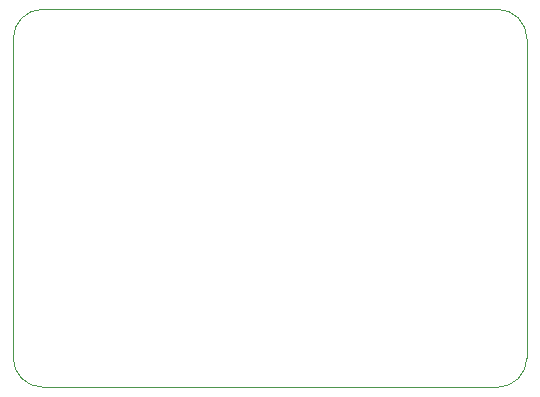
<source format=gbr>
%TF.GenerationSoftware,KiCad,Pcbnew,9.0.3*%
%TF.CreationDate,2025-08-26T21:56:11+08:00*%
%TF.ProjectId,firstm32,66697273-746d-4333-922e-6b696361645f,rev?*%
%TF.SameCoordinates,Original*%
%TF.FileFunction,Profile,NP*%
%FSLAX46Y46*%
G04 Gerber Fmt 4.6, Leading zero omitted, Abs format (unit mm)*
G04 Created by KiCad (PCBNEW 9.0.3) date 2025-08-26 21:56:11*
%MOMM*%
%LPD*%
G01*
G04 APERTURE LIST*
%TA.AperFunction,Profile*%
%ADD10C,0.050000*%
%TD*%
G04 APERTURE END LIST*
D10*
X167000000Y-89000000D02*
G75*
G02*
X169500000Y-91500000I0J-2500000D01*
G01*
X126000000Y-91500000D02*
G75*
G02*
X128500000Y-89000000I2500000J0D01*
G01*
X167000000Y-89000000D02*
X128500000Y-89000000D01*
X169500000Y-118500000D02*
G75*
G02*
X167000000Y-121000000I-2500000J0D01*
G01*
X126000000Y-91500000D02*
X126000000Y-118500000D01*
X169500000Y-118500000D02*
X169500000Y-91500000D01*
X128500000Y-121000000D02*
G75*
G02*
X126000000Y-118500000I0J2500000D01*
G01*
X128500000Y-121000000D02*
X167000000Y-121000000D01*
M02*

</source>
